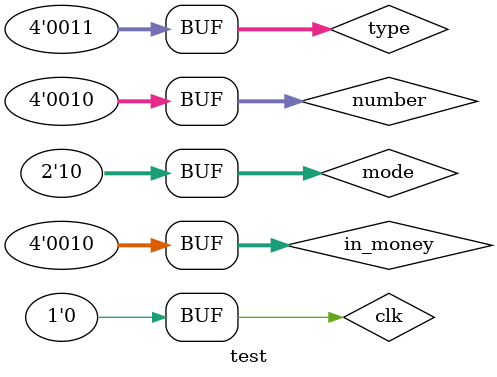
<source format=v>
`timescale 1ns / 1ps


module test;

	// Inputs
	reg clk;
	reg [1:0] mode;
	reg [3:0] in_money;
	reg [3:0] type;
	reg [3:0] number;

	// Outputs
	wire [6:0] segment;
	wire status;

	// Instantiate the Unit Under Test (UUT)
	vending_machine uut (
		.clk(clk), 
		.mode(mode), 
		.in_money(in_money), 
		.type(type), 
		.number(number), 
		.segment(segment), 
		.status(status)
	);
	/*
	initial begin
		// Initialize Inputs
		#100;	
		clk = 1;
		mode = 00;
		in_money = 4'b1001;
		type = 000;
		number =0001;

		// Wait 100 ns for global reset to finish
	 
	#200;
	number=0001;
	//#200;
//	number=0001;
		end
	always #100 clk = ~clk;
   */   
	initial begin
		mode = 0;
		in_money = 4'b1001;
		type = 0;
		number = 1;
		clk = 1;
		#1000;
		clk = 0;
		#1000;
		clk = 1;
		#1000;
		clk = 0;
		#1000;
		mode = 1;
		type = 0;
		number = 15;
		clk = 1;
		#1000;
		clk = 0;
		#1000;
		mode = 1;
		type = 0;
		number = 4;
		clk = 1;
		#1000;
		clk = 0;
		#1000;
		mode = 0;
		in_money = 4'b1101;
		type = 3;
		number = 2;
		clk = 1;
		#1000;
		clk = 0;
		#1000;
		mode = 2;
		in_money = 4'b0010;
		clk = 1;
		#1000;
		clk = 0;
		#1000;
	end
		
		
endmodule


</source>
